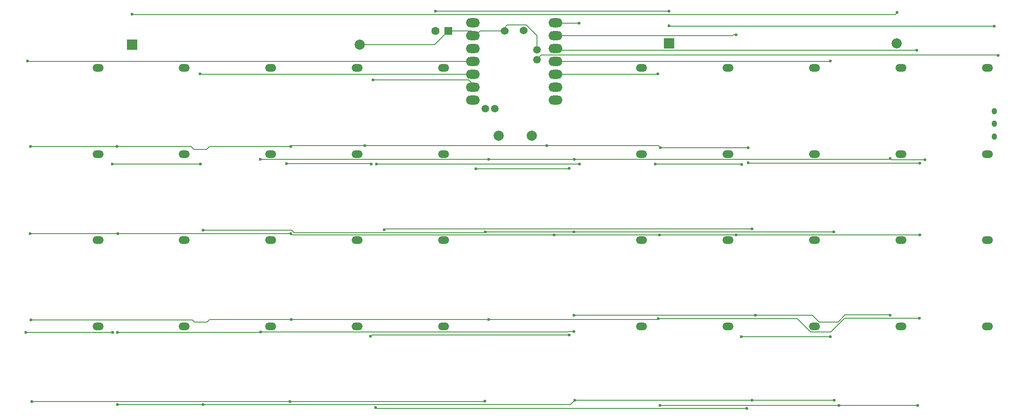
<source format=gbr>
%TF.GenerationSoftware,KiCad,Pcbnew,8.0.7*%
%TF.CreationDate,2025-05-30T21:54:57+09:00*%
%TF.ProjectId,cool640zmk,636f6f6c-3634-4307-9a6d-6b2e6b696361,rev?*%
%TF.SameCoordinates,Original*%
%TF.FileFunction,Copper,L1,Top*%
%TF.FilePolarity,Positive*%
%FSLAX46Y46*%
G04 Gerber Fmt 4.6, Leading zero omitted, Abs format (unit mm)*
G04 Created by KiCad (PCBNEW 8.0.7) date 2025-05-30 21:54:57*
%MOMM*%
%LPD*%
G01*
G04 APERTURE LIST*
%TA.AperFunction,ComponentPad*%
%ADD10O,2.200000X1.500000*%
%TD*%
%TA.AperFunction,ComponentPad*%
%ADD11R,1.600000X1.600000*%
%TD*%
%TA.AperFunction,ComponentPad*%
%ADD12C,1.600000*%
%TD*%
%TA.AperFunction,ComponentPad*%
%ADD13R,2.000000X2.000000*%
%TD*%
%TA.AperFunction,ComponentPad*%
%ADD14C,2.000000*%
%TD*%
%TA.AperFunction,ComponentPad*%
%ADD15O,1.000000X1.300000*%
%TD*%
%TA.AperFunction,ComponentPad*%
%ADD16O,2.750000X1.800000*%
%TD*%
%TA.AperFunction,ComponentPad*%
%ADD17C,1.500000*%
%TD*%
%TA.AperFunction,ComponentPad*%
%ADD18C,1.524000*%
%TD*%
%TA.AperFunction,ViaPad*%
%ADD19C,0.600000*%
%TD*%
%TA.AperFunction,Conductor*%
%ADD20C,0.200000*%
%TD*%
G04 APERTURE END LIST*
D10*
%TO.P,SW40,*%
%TO.N,*%
X163550000Y-46000000D03*
%TD*%
%TO.P,SW28,*%
%TO.N,*%
X180550000Y-46000000D03*
%TD*%
%TO.P,SW12,*%
%TO.N,*%
X56550000Y-46000000D03*
%TD*%
%TO.P,SW14,*%
%TO.N,*%
X73550000Y-46000000D03*
%TD*%
%TO.P,SW2,*%
%TO.N,*%
X5550000Y-12000000D03*
%TD*%
%TO.P,SW4,*%
%TO.N,*%
X5550000Y-46000000D03*
%TD*%
%TO.P,SW10,*%
%TO.N,*%
X56550000Y-12000000D03*
%TD*%
D11*
%TO.P,J1,1,Pin_1*%
%TO.N,GND*%
X74470000Y12240000D03*
D12*
%TO.P,J1,2,Pin_2*%
%TO.N,Net-(B1-+)*%
X71950000Y12240000D03*
%TD*%
D13*
%TO.P,B1,1,+*%
%TO.N,Net-(B1-+)*%
X117920000Y9780000D03*
D14*
%TO.P,B1,2,-*%
%TO.N,Net-(B1--)*%
X162720000Y9780000D03*
%TD*%
D10*
%TO.P,SW11,*%
%TO.N,*%
X56550000Y-29000000D03*
%TD*%
%TO.P,SW5,*%
%TO.N,*%
X22550000Y5000000D03*
%TD*%
%TO.P,SW38,*%
%TO.N,*%
X146550000Y-12000000D03*
%TD*%
%TO.P,SW31,*%
%TO.N,*%
X39550000Y-29000000D03*
%TD*%
%TO.P,SW30,*%
%TO.N,*%
X22550000Y-46000000D03*
%TD*%
%TO.P,SW16,*%
%TO.N,*%
X112550000Y-12000000D03*
%TD*%
D13*
%TO.P,B2,1,+*%
%TO.N,Net-(B1--)*%
X12280000Y9560000D03*
D14*
%TO.P,B2,2,-*%
%TO.N,GND*%
X57080000Y9560000D03*
%TD*%
D10*
%TO.P,SW35,*%
%TO.N,*%
X112550000Y-29000000D03*
%TD*%
%TO.P,SW20,*%
%TO.N,*%
X129550000Y-46000000D03*
%TD*%
%TO.P,SW33,*%
%TO.N,*%
X73550000Y5000000D03*
%TD*%
%TO.P,SW8,*%
%TO.N,*%
X39550000Y-12000000D03*
%TD*%
%TO.P,SW6,*%
%TO.N,*%
X22550000Y-12000000D03*
%TD*%
%TO.P,SW18,*%
%TO.N,*%
X129550000Y-12000000D03*
%TD*%
%TO.P,SW7,*%
%TO.N,*%
X39550000Y5000000D03*
%TD*%
%TO.P,SW36,*%
%TO.N,*%
X112550000Y-46000000D03*
%TD*%
%TO.P,SW17,*%
%TO.N,*%
X129550000Y5000000D03*
%TD*%
%TO.P,SW19,*%
%TO.N,*%
X129550000Y-29000000D03*
%TD*%
%TO.P,SW29,*%
%TO.N,*%
X22550000Y-29000000D03*
%TD*%
%TO.P,SW25,*%
%TO.N,*%
X180550000Y5000000D03*
%TD*%
%TO.P,SW24,*%
%TO.N,*%
X163550000Y-12000000D03*
%TD*%
%TO.P,SW1,*%
%TO.N,*%
X5550000Y5000000D03*
%TD*%
%TO.P,SW26,*%
%TO.N,*%
X180550000Y-12000000D03*
%TD*%
%TO.P,SW23,*%
%TO.N,*%
X163550000Y5000000D03*
%TD*%
%TO.P,SW3,*%
%TO.N,*%
X5550000Y-29000000D03*
%TD*%
%TO.P,SW39,*%
%TO.N,*%
X163550000Y-29000000D03*
%TD*%
D14*
%TO.P,SW46,1,1*%
%TO.N,RST*%
X84430000Y-8380000D03*
%TO.P,SW46,2,2*%
%TO.N,GND*%
X90930000Y-8380000D03*
%TD*%
D10*
%TO.P,SW13,*%
%TO.N,*%
X73550000Y-29000000D03*
%TD*%
%TO.P,SW27,*%
%TO.N,*%
X180550000Y-29000000D03*
%TD*%
%TO.P,SW34,*%
%TO.N,*%
X73550000Y-12000000D03*
%TD*%
D15*
%TO.P,SW45,1,A*%
%TO.N,Net-(B1-+)*%
X181960000Y-3540000D03*
%TO.P,SW45,2,B*%
%TO.N,Bat*%
X181960000Y-6040000D03*
%TO.P,SW45,3,C*%
%TO.N,unconnected-(SW45-C-Pad3)*%
X181960000Y-8540000D03*
%TD*%
D10*
%TO.P,SW32,*%
%TO.N,*%
X39550000Y-46000000D03*
%TD*%
%TO.P,SW22,*%
%TO.N,*%
X146550000Y-46000000D03*
%TD*%
%TO.P,SW15,*%
%TO.N,*%
X112550000Y5000000D03*
%TD*%
%TO.P,SW37,*%
%TO.N,*%
X146550000Y5000000D03*
%TD*%
%TO.P,SW21,*%
%TO.N,*%
X146550000Y-29000000D03*
%TD*%
%TO.P,SW9,*%
%TO.N,*%
X56550000Y5000000D03*
%TD*%
D16*
%TO.P,U1,1,P0.02_A0_D0*%
%TO.N,Row4*%
X95590000Y13920000D03*
%TO.P,U1,2,P0.03_A1_D1*%
%TO.N,Row5*%
X95590000Y11380000D03*
%TO.P,U1,3,P0.28_A2_D2*%
%TO.N,col6*%
X95590000Y8840000D03*
%TO.P,U1,4,P0.29_A3_D3*%
%TO.N,col5*%
X95590000Y6300000D03*
%TO.P,U1,5,P0.04_A4_D4_SDA*%
%TO.N,Col4*%
X95590000Y3760000D03*
%TO.P,U1,6,P0.05_A5_D5_SCL*%
%TO.N,Row0*%
X95590000Y1220000D03*
%TO.P,U1,7,P1.11_D6_TX*%
%TO.N,Row1*%
X95590000Y-1320000D03*
%TO.P,U1,8,P1.12_D7_RX*%
%TO.N,Col3*%
X79350000Y-1320000D03*
%TO.P,U1,9,P1.13_D8_SCK*%
%TO.N,Col2*%
X79350000Y1220000D03*
%TO.P,U1,10,P1.14_D9_MISO*%
%TO.N,Col1*%
X79350000Y3760000D03*
%TO.P,U1,11,P1.15_D10_MOSI*%
%TO.N,Col0*%
X79350000Y6300000D03*
%TO.P,U1,12,3V3*%
%TO.N,unconnected-(U1-3V3-Pad12)*%
X79350000Y8840000D03*
%TO.P,U1,13,GND*%
%TO.N,GND*%
X79350000Y11380000D03*
%TO.P,U1,14,5V*%
%TO.N,VCC*%
X79350000Y13920000D03*
D17*
%TO.P,U1,15,NFC1_0.09*%
%TO.N,Row2*%
X83634600Y-3012000D03*
%TO.P,U1,16,NFC2_0.10*%
%TO.N,Row3*%
X81755000Y-3012000D03*
%TO.P,U1,20,BATT+*%
%TO.N,Bat*%
X91915000Y6617000D03*
%TO.P,U1,21,BATT-*%
%TO.N,GND*%
X91915000Y8522000D03*
D18*
%TO.P,U1,22,RST*%
%TO.N,RST*%
X89350000Y12370000D03*
%TO.P,U1,23,GND*%
%TO.N,GND*%
X85630000Y12310000D03*
%TD*%
D19*
%TO.N,Bat*%
X182710000Y7450000D03*
%TO.N,Row0*%
X167320000Y-13770000D03*
X-7680000Y-10500000D03*
X93880000Y-10360000D03*
X133540000Y-13730000D03*
X9330000Y-10500000D03*
X116230000Y-10770000D03*
X133510000Y-10770000D03*
X43540000Y-10480000D03*
X58060000Y-10360000D03*
%TO.N,Row1*%
X131110000Y-27950000D03*
X60220000Y-61960000D03*
X167280000Y-27930000D03*
X9450000Y-27720000D03*
X43550000Y-27730000D03*
X133270000Y-62160000D03*
X-7760000Y-27720000D03*
X116040000Y-27950000D03*
X95350000Y-27950000D03*
%TO.N,Row2*%
X82480000Y-13080000D03*
X37460000Y-13080000D03*
X82430000Y-44590000D03*
X167230000Y-44380000D03*
X161450000Y-12900000D03*
X168310000Y-13150000D03*
X-7640000Y-44720000D03*
X99280000Y-13050000D03*
X115830000Y-44470000D03*
X43570000Y-44590000D03*
%TO.N,Row3*%
X81720000Y-60700000D03*
X81755000Y-27350000D03*
X150340000Y-27350000D03*
X26240000Y-27010000D03*
X43380000Y-60760000D03*
X-7500000Y-60760000D03*
X166870000Y-61560000D03*
X151380000Y-61560000D03*
X116130000Y-61530000D03*
X99200000Y-27350000D03*
%TO.N,Col0*%
X-8625000Y-47150000D03*
X8455000Y-47180000D03*
X-8300000Y6330000D03*
%TO.N,Col1*%
X8365000Y-13950000D03*
X25700000Y-13940000D03*
X25670000Y3810000D03*
%TO.N,Col2*%
X59355000Y-13940000D03*
X42695000Y-13910000D03*
X59700000Y2610000D03*
%TO.N,Col3*%
X59165000Y-47940000D03*
X79890000Y-14880000D03*
X98325000Y-14860000D03*
X98305000Y-47640000D03*
%TO.N,Col4*%
X115690000Y3810000D03*
X132235000Y-14030000D03*
X115265000Y-13990000D03*
%TO.N,Net-(B1--)*%
X162830000Y15890000D03*
X12270000Y15540000D03*
%TO.N,col5*%
X132165000Y-48030000D03*
X149700000Y-48040000D03*
X149650000Y6340000D03*
%TO.N,col6*%
X166680000Y8430000D03*
%TO.N,Row4*%
X100270000Y13840000D03*
X37570000Y-47100000D03*
X60360000Y-13960000D03*
X134910000Y-43740000D03*
X99230000Y-43740000D03*
X9400000Y-47170000D03*
X99230000Y-47000000D03*
X161460000Y-43760000D03*
X100300000Y-13990000D03*
%TO.N,Row5*%
X131100000Y11480000D03*
X134310000Y-60560000D03*
X9390000Y-61360000D03*
X26270000Y-61360000D03*
X150420000Y-60560000D03*
X99380000Y-60560000D03*
X61910000Y-26890000D03*
X134310000Y-26725000D03*
%TO.N,Net-(B1-+)*%
X71980000Y16150000D03*
X181960000Y13220000D03*
X117930000Y16130000D03*
X117920000Y13290000D03*
%TD*%
D20*
%TO.N,Bat*%
X182660000Y7500000D02*
X182710000Y7450000D01*
X91915000Y6617000D02*
X92798000Y7500000D01*
X92798000Y7500000D02*
X182660000Y7500000D01*
%TO.N,Row0*%
X9330000Y-10500000D02*
X23832357Y-10500000D01*
X93880000Y-10360000D02*
X115820000Y-10360000D01*
X115820000Y-10360000D02*
X116230000Y-10770000D01*
X58060000Y-10360000D02*
X93880000Y-10360000D01*
X24440037Y-11107680D02*
X26892320Y-11107680D01*
X167320000Y-13770000D02*
X133580000Y-13770000D01*
X-7680000Y-10500000D02*
X9330000Y-10500000D01*
X43660000Y-10360000D02*
X43540000Y-10480000D01*
X58060000Y-10360000D02*
X43660000Y-10360000D01*
X23832357Y-10500000D02*
X24440037Y-11107680D01*
X26892320Y-11107680D02*
X27480000Y-10520000D01*
X133510000Y-10770000D02*
X116230000Y-10770000D01*
X43500000Y-10520000D02*
X43540000Y-10480000D01*
X133580000Y-13770000D02*
X133540000Y-13730000D01*
X27480000Y-10520000D02*
X43500000Y-10520000D01*
%TO.N,Row1*%
X95350000Y-27950000D02*
X116040000Y-27950000D01*
X43550000Y-27730000D02*
X43770000Y-27950000D01*
X167280000Y-27930000D02*
X167260000Y-27950000D01*
X43540000Y-27720000D02*
X43550000Y-27730000D01*
X60420000Y-62160000D02*
X133270000Y-62160000D01*
X131110000Y-27950000D02*
X116040000Y-27950000D01*
X-7760000Y-27720000D02*
X9450000Y-27720000D01*
X167260000Y-27950000D02*
X131110000Y-27950000D01*
X60220000Y-61960000D02*
X60420000Y-62160000D01*
X9450000Y-27720000D02*
X43540000Y-27720000D01*
X43770000Y-27950000D02*
X95350000Y-27950000D01*
%TO.N,Row2*%
X99280000Y-13050000D02*
X161300000Y-13050000D01*
X168310000Y-13150000D02*
X161700000Y-13150000D01*
X149805686Y-47050000D02*
X152475686Y-44380000D01*
X152475686Y-44380000D02*
X167230000Y-44380000D01*
X82480000Y-13080000D02*
X99250000Y-13080000D01*
X27500000Y-44590000D02*
X43570000Y-44590000D01*
X145765076Y-47050000D02*
X149805686Y-47050000D01*
X24141117Y-44720000D02*
X24528797Y-45107680D01*
X99250000Y-13080000D02*
X99280000Y-13050000D01*
X27410000Y-44680000D02*
X27500000Y-44590000D01*
X115830000Y-44470000D02*
X143185076Y-44470000D01*
X161700000Y-13150000D02*
X161450000Y-12900000D01*
X161300000Y-13050000D02*
X161450000Y-12900000D01*
X143185076Y-44470000D02*
X145765076Y-47050000D01*
X82430000Y-44590000D02*
X96870000Y-44590000D01*
X37460000Y-13080000D02*
X82480000Y-13080000D01*
X24528797Y-45107680D02*
X26982320Y-45107680D01*
X43570000Y-44590000D02*
X82430000Y-44590000D01*
X-7640000Y-44720000D02*
X24141117Y-44720000D01*
X26982320Y-45107680D02*
X27410000Y-44680000D01*
X96870000Y-44590000D02*
X115710000Y-44590000D01*
X115710000Y-44590000D02*
X115830000Y-44470000D01*
%TO.N,Row3*%
X166870000Y-61560000D02*
X151380000Y-61560000D01*
X99200000Y-27350000D02*
X150340000Y-27350000D01*
X-7500000Y-60760000D02*
X43380000Y-60760000D01*
X116160000Y-61560000D02*
X116130000Y-61530000D01*
X43678529Y-27010000D02*
X26240000Y-27010000D01*
X81660000Y-60760000D02*
X81720000Y-60700000D01*
X43380000Y-60760000D02*
X81660000Y-60760000D01*
X99200000Y-27350000D02*
X81755000Y-27350000D01*
X81615000Y-27490000D02*
X44158529Y-27490000D01*
X81755000Y-27350000D02*
X81615000Y-27490000D01*
X44158529Y-27490000D02*
X43678529Y-27010000D01*
X151380000Y-61560000D02*
X116160000Y-61560000D01*
%TO.N,GND*%
X71790000Y9560000D02*
X57080000Y9560000D01*
X78990000Y12240000D02*
X74470000Y12240000D01*
X85630000Y12310000D02*
X80780000Y12310000D01*
X85630000Y12310000D02*
X85555373Y12384627D01*
X85555373Y12384627D02*
X85555373Y12890862D01*
X80780000Y12310000D02*
X79850000Y11380000D01*
X86096511Y13432000D02*
X89858000Y13432000D01*
X91915000Y11375000D02*
X91915000Y8522000D01*
X89858000Y13432000D02*
X91915000Y11375000D01*
X74470000Y12240000D02*
X71790000Y9560000D01*
X79850000Y11380000D02*
X78990000Y12240000D01*
X85555373Y12890862D02*
X86096511Y13432000D01*
%TO.N,Col0*%
X8455000Y-47180000D02*
X-8595000Y-47180000D01*
X79850000Y6300000D02*
X-8270000Y6300000D01*
X-8595000Y-47180000D02*
X-8625000Y-47150000D01*
X-8270000Y6300000D02*
X-8300000Y6330000D01*
%TO.N,Col1*%
X25690000Y-13950000D02*
X25700000Y-13940000D01*
X8365000Y-13950000D02*
X25690000Y-13950000D01*
X25720000Y3760000D02*
X25670000Y3810000D01*
X79850000Y3760000D02*
X25720000Y3760000D01*
%TO.N,Col2*%
X59325000Y-13910000D02*
X59355000Y-13940000D01*
X79850000Y1220000D02*
X78470000Y2600000D01*
X42695000Y-13910000D02*
X59325000Y-13910000D01*
X59710000Y2600000D02*
X59700000Y2610000D01*
X78470000Y2600000D02*
X59710000Y2600000D01*
%TO.N,Col3*%
X59465000Y-47640000D02*
X98305000Y-47640000D01*
X98305000Y-14880000D02*
X98325000Y-14860000D01*
X79890000Y-14880000D02*
X98305000Y-14880000D01*
X59165000Y-47940000D02*
X59465000Y-47640000D01*
%TO.N,Col4*%
X132195000Y-13990000D02*
X132235000Y-14030000D01*
X115265000Y-13990000D02*
X132195000Y-13990000D01*
X95090000Y3760000D02*
X115640000Y3760000D01*
X115640000Y3760000D02*
X115690000Y3810000D01*
%TO.N,Net-(B1--)*%
X12280000Y15530000D02*
X12270000Y15540000D01*
X162470000Y15530000D02*
X12280000Y15530000D01*
X162830000Y15890000D02*
X162470000Y15530000D01*
%TO.N,col5*%
X149690000Y-48030000D02*
X149700000Y-48040000D01*
X149610000Y6300000D02*
X149650000Y6340000D01*
X95090000Y6300000D02*
X149610000Y6300000D01*
X132165000Y-48030000D02*
X149690000Y-48030000D01*
%TO.N,col6*%
X95090000Y8840000D02*
X95450000Y8480000D01*
X95450000Y8480000D02*
X166630000Y8480000D01*
X166630000Y8480000D02*
X166680000Y8430000D01*
%TO.N,Row4*%
X146110000Y-43740000D02*
X147477680Y-45107680D01*
X97996471Y-47100000D02*
X98096471Y-47000000D01*
X161420000Y-43720000D02*
X161460000Y-43760000D01*
X151182320Y-45107680D02*
X152570000Y-43720000D01*
X152570000Y-43720000D02*
X161420000Y-43720000D01*
X100270000Y13840000D02*
X95170000Y13840000D01*
X60360000Y-13960000D02*
X100270000Y-13960000D01*
X98096471Y-47000000D02*
X99230000Y-47000000D01*
X147477680Y-45107680D02*
X151182320Y-45107680D01*
X95170000Y13840000D02*
X95090000Y13920000D01*
X37570000Y-47100000D02*
X97996471Y-47100000D01*
X37500000Y-47170000D02*
X37570000Y-47100000D01*
X99230000Y-43740000D02*
X146110000Y-43740000D01*
X100270000Y-13960000D02*
X100300000Y-13990000D01*
X9400000Y-47170000D02*
X37500000Y-47170000D01*
%TO.N,Row5*%
X130540000Y11480000D02*
X130440000Y11380000D01*
X134285000Y-26750000D02*
X134310000Y-26725000D01*
X131100000Y11480000D02*
X130540000Y11480000D01*
X61910000Y-26890000D02*
X62050000Y-26750000D01*
X130440000Y11380000D02*
X95090000Y11380000D01*
X62050000Y-26750000D02*
X134285000Y-26750000D01*
X26270000Y-61360000D02*
X9390000Y-61360000D01*
X134310000Y-60560000D02*
X150420000Y-60560000D01*
X98580000Y-61360000D02*
X99380000Y-60560000D01*
X99380000Y-60560000D02*
X134310000Y-60560000D01*
X26270000Y-61360000D02*
X98580000Y-61360000D01*
%TO.N,Net-(B1-+)*%
X117990000Y13220000D02*
X117920000Y13290000D01*
X181960000Y13220000D02*
X117990000Y13220000D01*
X71980000Y16150000D02*
X117910000Y16150000D01*
X117910000Y16150000D02*
X117930000Y16130000D01*
%TD*%
M02*

</source>
